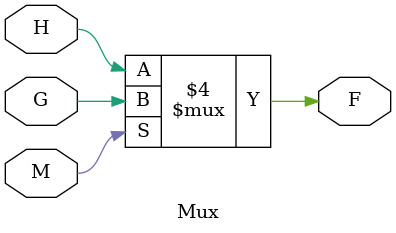
<source format=sv>
module Mux(
    G,
    H,
    F,
    M
);
    input G;
    input H;
    input M;
    output reg F;
    always @(*) begin
        if(M == 1'b1) begin
            F = G;
        end else begin
            F = H;
        end
    end
endmodule

</source>
